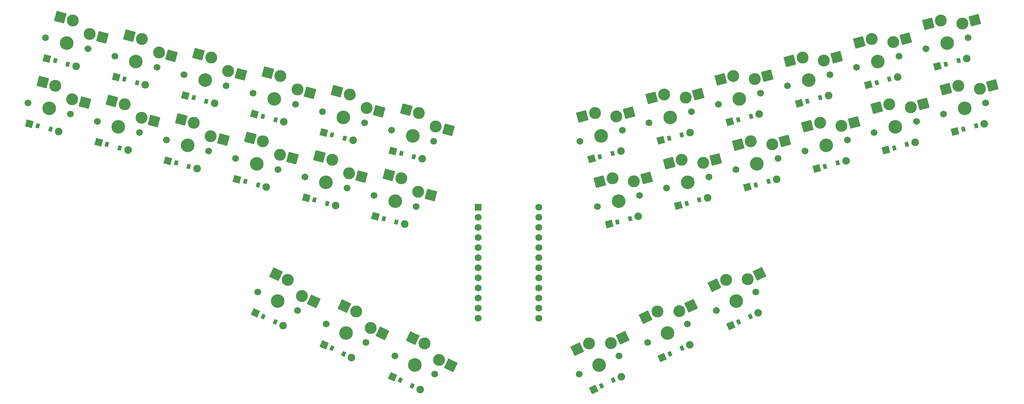
<source format=gbr>
%TF.GenerationSoftware,KiCad,Pcbnew,8.0.1*%
%TF.CreationDate,2024-08-13T22:00:52-05:00*%
%TF.ProjectId,tonyverse,746f6e79-7665-4727-9365-2e6b69636164,v1.0.0*%
%TF.SameCoordinates,Original*%
%TF.FileFunction,Soldermask,Bot*%
%TF.FilePolarity,Negative*%
%FSLAX46Y46*%
G04 Gerber Fmt 4.6, Leading zero omitted, Abs format (unit mm)*
G04 Created by KiCad (PCBNEW 8.0.1) date 2024-08-13 22:00:52*
%MOMM*%
%LPD*%
G01*
G04 APERTURE LIST*
G04 Aperture macros list*
%AMRotRect*
0 Rectangle, with rotation*
0 The origin of the aperture is its center*
0 $1 length*
0 $2 width*
0 $3 Rotation angle, in degrees counterclockwise*
0 Add horizontal line*
21,1,$1,$2,0,0,$3*%
G04 Aperture macros list end*
%ADD10C,1.701800*%
%ADD11C,3.000000*%
%ADD12C,3.429000*%
%ADD13RotRect,2.600000X2.600000X335.000000*%
%ADD14RotRect,1.778000X1.778000X345.000000*%
%ADD15RotRect,0.900000X1.200000X345.000000*%
%ADD16C,1.905000*%
%ADD17RotRect,2.600000X2.600000X15.000000*%
%ADD18RotRect,1.778000X1.778000X15.000000*%
%ADD19RotRect,0.900000X1.200000X15.000000*%
%ADD20RotRect,1.778000X1.778000X335.000000*%
%ADD21RotRect,0.900000X1.200000X335.000000*%
%ADD22RotRect,1.778000X1.778000X25.000000*%
%ADD23RotRect,0.900000X1.200000X25.000000*%
%ADD24RotRect,2.600000X2.600000X345.000000*%
%ADD25RotRect,2.600000X2.600000X25.000000*%
%ADD26R,1.752600X1.752600*%
%ADD27C,1.752600*%
G04 APERTURE END LIST*
D10*
%TO.C,S13*%
X112183301Y-174356198D03*
D11*
X119682573Y-171288067D03*
D12*
X117167994Y-176680598D03*
D11*
X123284351Y-175395035D03*
D10*
X122152687Y-179004998D03*
D13*
X116714415Y-169903992D03*
X126252509Y-176779110D03*
%TD*%
D14*
%TO.C,D7*%
X106952970Y-145991032D03*
D15*
X109039369Y-146550084D03*
X112226925Y-147404184D03*
D16*
X114313324Y-147963236D03*
%TD*%
D10*
%TO.C,S16*%
X284454656Y-129594781D03*
D11*
X288227275Y-122424017D03*
D12*
X289767248Y-128171276D03*
D11*
X293626306Y-123254959D03*
D10*
X295079840Y-126747771D03*
D17*
X285063868Y-123271650D03*
X296789713Y-122407327D03*
%TD*%
D14*
%TO.C,D8*%
X111352894Y-129570293D03*
D15*
X113439293Y-130129345D03*
X116626849Y-130983445D03*
D16*
X118713248Y-131542497D03*
%TD*%
D18*
%TO.C,D24*%
X217834506Y-152621979D03*
D19*
X219920905Y-152062927D03*
X223108461Y-151208827D03*
D16*
X225194860Y-150649775D03*
%TD*%
D10*
%TO.C,S21*%
X245281402Y-122491528D03*
D11*
X249054021Y-115320764D03*
D12*
X250593994Y-121068023D03*
D11*
X254453052Y-116151706D03*
D10*
X255906586Y-119644518D03*
D17*
X245890614Y-116168397D03*
X257616459Y-115304074D03*
%TD*%
D20*
%TO.C,D15*%
X146041566Y-195661455D03*
D21*
X147999191Y-196574311D03*
X150990007Y-197968951D03*
D16*
X152947632Y-198881807D03*
%TD*%
D22*
%TO.C,D28*%
X231026559Y-182822313D03*
D23*
X232984184Y-181909457D03*
X235975000Y-180514817D03*
D16*
X237932625Y-179601961D03*
%TD*%
D10*
%TO.C,S4*%
X76241245Y-114985775D03*
D11*
X83093810Y-110662021D03*
D12*
X81553837Y-116409280D03*
D11*
X87354038Y-114081153D03*
D10*
X86866429Y-117832785D03*
D24*
X79930403Y-109814389D03*
X90517445Y-114928786D03*
%TD*%
D18*
%TO.C,D20*%
X252607836Y-143304493D03*
D19*
X254694235Y-142745441D03*
X257881791Y-141891341D03*
D16*
X259968190Y-141332289D03*
%TD*%
D10*
%TO.C,S10*%
X128401239Y-128962004D03*
D11*
X135253804Y-124638250D03*
D12*
X133713831Y-130385509D03*
D11*
X139514032Y-128057382D03*
D10*
X139026423Y-131809014D03*
D24*
X132090397Y-123790618D03*
X142677439Y-128905015D03*
%TD*%
D18*
%TO.C,D16*%
X287381166Y-133987008D03*
D19*
X289467565Y-133427956D03*
X292655121Y-132573856D03*
D16*
X294741520Y-132014804D03*
%TD*%
D20*
%TO.C,D14*%
X128821718Y-187631708D03*
D21*
X130779343Y-188544564D03*
X133770159Y-189939204D03*
D16*
X135727784Y-190852060D03*
%TD*%
D10*
%TO.C,S24*%
X214907996Y-148229753D03*
D11*
X218680615Y-141058989D03*
D12*
X220220588Y-146806248D03*
D11*
X224079646Y-141889931D03*
D10*
X225533180Y-145382743D03*
D17*
X215517208Y-141906622D03*
X227243053Y-141042299D03*
%TD*%
D16*
%TO.C,D1*%
X62153330Y-133987008D03*
D15*
X60066931Y-133427956D03*
X56879375Y-132573856D03*
D14*
X54792976Y-132014804D03*
%TD*%
D10*
%TO.C,S8*%
X111014574Y-124303261D03*
D11*
X117867139Y-119979507D03*
D12*
X116327166Y-125726766D03*
D11*
X122127367Y-123398639D03*
D10*
X121639758Y-127150271D03*
D24*
X114703732Y-119131875D03*
X125290774Y-124246272D03*
%TD*%
D10*
%TO.C,S27*%
X193121407Y-136467756D03*
D11*
X196894026Y-129296992D03*
D12*
X198433999Y-135044251D03*
D11*
X202293057Y-130127934D03*
D10*
X203746591Y-133620746D03*
D17*
X193730619Y-130144625D03*
X205456464Y-129280302D03*
%TD*%
D10*
%TO.C,S30*%
X192942112Y-195064492D03*
D11*
X195412226Y-187347561D03*
D12*
X197926805Y-192740092D03*
D11*
X200873525Y-187228346D03*
D10*
X202911498Y-190415692D03*
D25*
X192444068Y-188731635D03*
X203841683Y-185844272D03*
%TD*%
D18*
%TO.C,D18*%
X269994501Y-138645750D03*
D19*
X272080900Y-138086698D03*
X275268456Y-137232598D03*
D16*
X277354855Y-136673546D03*
%TD*%
D18*
%TO.C,D21*%
X248207912Y-126883754D03*
D19*
X250294311Y-126324702D03*
X253481867Y-125470602D03*
D16*
X255568266Y-124911550D03*
%TD*%
D10*
%TO.C,S15*%
X146622997Y-190415692D03*
D11*
X154122269Y-187347561D03*
D12*
X151607690Y-192740092D03*
D11*
X157724047Y-191454529D03*
D10*
X156592383Y-195064492D03*
D13*
X151154111Y-185963486D03*
X160692205Y-192838604D03*
%TD*%
D10*
%TO.C,S9*%
X124001315Y-145382743D03*
D11*
X130853880Y-141058989D03*
D12*
X129313907Y-146806248D03*
D11*
X135114108Y-144478121D03*
D10*
X134626499Y-148229753D03*
D24*
X127690473Y-140211357D03*
X138277515Y-145325754D03*
%TD*%
D10*
%TO.C,S6*%
X93627909Y-119644518D03*
D11*
X100480474Y-115320764D03*
D12*
X98940501Y-121068023D03*
D11*
X104740702Y-118739896D03*
D10*
X104253093Y-122491528D03*
D24*
X97317067Y-114473132D03*
X107904109Y-119587529D03*
%TD*%
D14*
%TO.C,D12*%
X146126224Y-138887779D03*
D15*
X148212623Y-139446831D03*
X151400179Y-140300931D03*
D16*
X153486578Y-140859983D03*
%TD*%
D18*
%TO.C,D27*%
X196047918Y-140859983D03*
D19*
X198134317Y-140300931D03*
X201321873Y-139446831D03*
D16*
X203408272Y-138887779D03*
%TD*%
D26*
%TO.C,MCU1*%
X167527270Y-153037123D03*
D27*
X167527270Y-155577123D03*
X167527270Y-158117123D03*
X167527270Y-160657123D03*
X167527270Y-163197123D03*
X167527270Y-165737123D03*
X167527270Y-168277123D03*
X167527270Y-170817123D03*
X167527270Y-173357123D03*
X167527270Y-175897123D03*
X167527270Y-178437123D03*
X167527270Y-180977123D03*
X182767270Y-153037123D03*
X182767270Y-155577123D03*
X182767270Y-158117123D03*
X182767270Y-160657123D03*
X182767270Y-163197123D03*
X182767270Y-165737123D03*
X182767270Y-168277123D03*
X182767270Y-170817123D03*
X182767270Y-173357123D03*
X182767270Y-175897123D03*
X182767270Y-178437123D03*
X182767270Y-180977123D03*
%TD*%
D10*
%TO.C,S11*%
X141387980Y-150041486D03*
D11*
X148240545Y-145717732D03*
D12*
X146700572Y-151464991D03*
D11*
X152500773Y-149136864D03*
D10*
X152013164Y-152888496D03*
D24*
X145077138Y-144870100D03*
X155664180Y-149984497D03*
%TD*%
D10*
%TO.C,S2*%
X58854579Y-110327032D03*
D11*
X65707144Y-106003278D03*
D12*
X64167171Y-111750537D03*
D11*
X69967372Y-109422410D03*
D10*
X69479763Y-113174042D03*
D24*
X62543737Y-105155646D03*
X73130779Y-110270043D03*
%TD*%
D10*
%TO.C,S7*%
X106614650Y-140724000D03*
D11*
X113467215Y-136400246D03*
D12*
X111927242Y-142147505D03*
D11*
X117727443Y-139819378D03*
D10*
X117239834Y-143571010D03*
D24*
X110303808Y-135552614D03*
X120890850Y-140667011D03*
%TD*%
D10*
%TO.C,S1*%
X54454656Y-126747771D03*
D11*
X61307221Y-122424017D03*
D12*
X59767248Y-128171276D03*
D11*
X65567449Y-125843149D03*
D10*
X65079840Y-129594781D03*
D24*
X58143814Y-121576385D03*
X68730856Y-126690782D03*
%TD*%
D18*
%TO.C,D26*%
X200447841Y-157280722D03*
D19*
X202534240Y-156721670D03*
X205721796Y-155867570D03*
D16*
X207808195Y-155308518D03*
%TD*%
D14*
%TO.C,D4*%
X76579564Y-120252807D03*
D15*
X78665963Y-120811859D03*
X81853519Y-121665959D03*
D16*
X83939918Y-122225011D03*
%TD*%
D10*
%TO.C,S26*%
X197521331Y-152888496D03*
D11*
X201293950Y-145717732D03*
D12*
X202833923Y-151464991D03*
D11*
X206692981Y-146548674D03*
D10*
X208146515Y-150041486D03*
D17*
X198130543Y-146565365D03*
X209856388Y-145701042D03*
%TD*%
D10*
%TO.C,S19*%
X262668067Y-117832785D03*
D11*
X266440686Y-110662021D03*
D12*
X267980659Y-116409280D03*
D11*
X271839717Y-111492963D03*
D10*
X273293251Y-114985775D03*
D17*
X263277279Y-111509654D03*
X275003124Y-110645331D03*
%TD*%
D18*
%TO.C,D17*%
X282981242Y-117566268D03*
D19*
X285067641Y-117007216D03*
X288255197Y-116153116D03*
D16*
X290341596Y-115594064D03*
%TD*%
D14*
%TO.C,D2*%
X59192899Y-115594064D03*
D15*
X61279298Y-116153116D03*
X64466854Y-117007216D03*
D16*
X66553253Y-117566268D03*
%TD*%
D14*
%TO.C,D3*%
X72179641Y-136673546D03*
D15*
X74266040Y-137232598D03*
X77453596Y-138086698D03*
D16*
X79539995Y-138645750D03*
%TD*%
D20*
%TO.C,D13*%
X111601870Y-179601961D03*
D21*
X113559495Y-180514817D03*
X116550311Y-181909457D03*
D16*
X118507936Y-182822313D03*
%TD*%
D10*
%TO.C,S5*%
X89227985Y-136065257D03*
D11*
X96080550Y-131741503D03*
D12*
X94540577Y-137488762D03*
D11*
X100340778Y-135160635D03*
D10*
X99853169Y-138912267D03*
D24*
X92917143Y-130893871D03*
X103504185Y-136008268D03*
%TD*%
D10*
%TO.C,S25*%
X210508072Y-131809014D03*
D11*
X214280691Y-124638250D03*
D12*
X215820664Y-130385509D03*
D11*
X219679722Y-125469192D03*
D10*
X221133256Y-128962004D03*
D17*
X211117284Y-125485883D03*
X222843129Y-124621560D03*
%TD*%
D10*
%TO.C,S14*%
X129403149Y-182385945D03*
D11*
X136902421Y-179317814D03*
D12*
X134387842Y-184710345D03*
D11*
X140504199Y-183424782D03*
D10*
X139372535Y-187034745D03*
D13*
X133934263Y-177933739D03*
X143472357Y-184808857D03*
%TD*%
D18*
%TO.C,D19*%
X265594577Y-122225011D03*
D19*
X267680976Y-121665959D03*
X270868532Y-120811859D03*
D16*
X272954931Y-120252807D03*
%TD*%
D18*
%TO.C,D23*%
X230821247Y-131542497D03*
D19*
X232907646Y-130983445D03*
X236095202Y-130129345D03*
D16*
X238181601Y-129570293D03*
%TD*%
D10*
%TO.C,S20*%
X249681326Y-138912267D03*
D11*
X253453945Y-131741503D03*
D12*
X254993918Y-137488762D03*
D11*
X258852976Y-132572445D03*
D10*
X260306510Y-136065257D03*
D17*
X250290538Y-132589136D03*
X262016383Y-131724813D03*
%TD*%
D10*
%TO.C,S22*%
X232294661Y-143571010D03*
D11*
X236067280Y-136400246D03*
D12*
X237607253Y-142147505D03*
D11*
X241466311Y-137231188D03*
D10*
X242919845Y-140724000D03*
D17*
X232903873Y-137247879D03*
X244629718Y-136383556D03*
%TD*%
D10*
%TO.C,S12*%
X145787904Y-133620746D03*
D11*
X152640469Y-129296992D03*
D12*
X151100496Y-135044251D03*
D11*
X156900697Y-132716124D03*
D10*
X156413088Y-136467756D03*
D24*
X149477062Y-128449360D03*
X160064104Y-133563757D03*
%TD*%
D14*
%TO.C,D10*%
X128739559Y-134229036D03*
D15*
X130825958Y-134788088D03*
X134013514Y-135642188D03*
D16*
X136099913Y-136201240D03*
%TD*%
D10*
%TO.C,S3*%
X71841321Y-131406514D03*
D11*
X78693886Y-127082760D03*
D12*
X77153913Y-132830019D03*
D11*
X82954114Y-130501892D03*
D10*
X82466505Y-134253524D03*
D24*
X75530479Y-126235128D03*
X86117521Y-131349525D03*
%TD*%
D18*
%TO.C,D25*%
X213434582Y-136201240D03*
D19*
X215520981Y-135642188D03*
X218708537Y-134788088D03*
D16*
X220794936Y-134229036D03*
%TD*%
D10*
%TO.C,S28*%
X227381808Y-179004998D03*
D11*
X229851922Y-171288067D03*
D12*
X232366501Y-176680598D03*
D11*
X235313221Y-171168852D03*
D10*
X237351194Y-174356198D03*
D25*
X226883764Y-172672141D03*
X238281379Y-169784778D03*
%TD*%
D22*
%TO.C,D30*%
X196586863Y-198881807D03*
D23*
X198544488Y-197968951D03*
X201535304Y-196574311D03*
D16*
X203492929Y-195661455D03*
%TD*%
D10*
%TO.C,S18*%
X267067991Y-134253524D03*
D11*
X270840610Y-127082760D03*
D12*
X272380583Y-132830019D03*
D11*
X276239641Y-127913702D03*
D10*
X277693175Y-131406514D03*
D17*
X267677203Y-127930393D03*
X279403048Y-127066070D03*
%TD*%
D14*
%TO.C,D5*%
X89566305Y-141332289D03*
D15*
X91652704Y-141891341D03*
X94840260Y-142745441D03*
D16*
X96926659Y-143304493D03*
%TD*%
D18*
%TO.C,D22*%
X235221171Y-147963236D03*
D19*
X237307570Y-147404184D03*
X240495126Y-146550084D03*
D16*
X242581525Y-145991032D03*
%TD*%
D10*
%TO.C,S17*%
X280054732Y-113174042D03*
D11*
X283827351Y-106003278D03*
D12*
X285367324Y-111750537D03*
D11*
X289226382Y-106834220D03*
D10*
X290679916Y-110327032D03*
D17*
X280663944Y-106850911D03*
X292389789Y-105986588D03*
%TD*%
D14*
%TO.C,D6*%
X93966229Y-124911550D03*
D15*
X96052628Y-125470602D03*
X99240184Y-126324702D03*
D16*
X101326583Y-126883754D03*
%TD*%
D22*
%TO.C,D29*%
X213806711Y-190852060D03*
D23*
X215764336Y-189939204D03*
X218755152Y-188544564D03*
D16*
X220712777Y-187631708D03*
%TD*%
D10*
%TO.C,S23*%
X227894737Y-127150271D03*
D11*
X231667356Y-119979507D03*
D12*
X233207329Y-125726766D03*
D11*
X237066387Y-120810449D03*
D10*
X238519921Y-124303261D03*
D17*
X228503949Y-120827140D03*
X240229794Y-119962817D03*
%TD*%
D10*
%TO.C,S29*%
X210161960Y-187034745D03*
D11*
X212632074Y-179317814D03*
D12*
X215146653Y-184710345D03*
D11*
X218093373Y-179198599D03*
D10*
X220131346Y-182385945D03*
D25*
X209663916Y-180701888D03*
X221061531Y-177814525D03*
%TD*%
D14*
%TO.C,D9*%
X124339635Y-150649775D03*
D15*
X126426034Y-151208827D03*
X129613590Y-152062927D03*
D16*
X131699989Y-152621979D03*
%TD*%
D14*
%TO.C,D11*%
X141726300Y-155308518D03*
D15*
X143812699Y-155867570D03*
X147000255Y-156721670D03*
D16*
X149086654Y-157280722D03*
%TD*%
M02*

</source>
